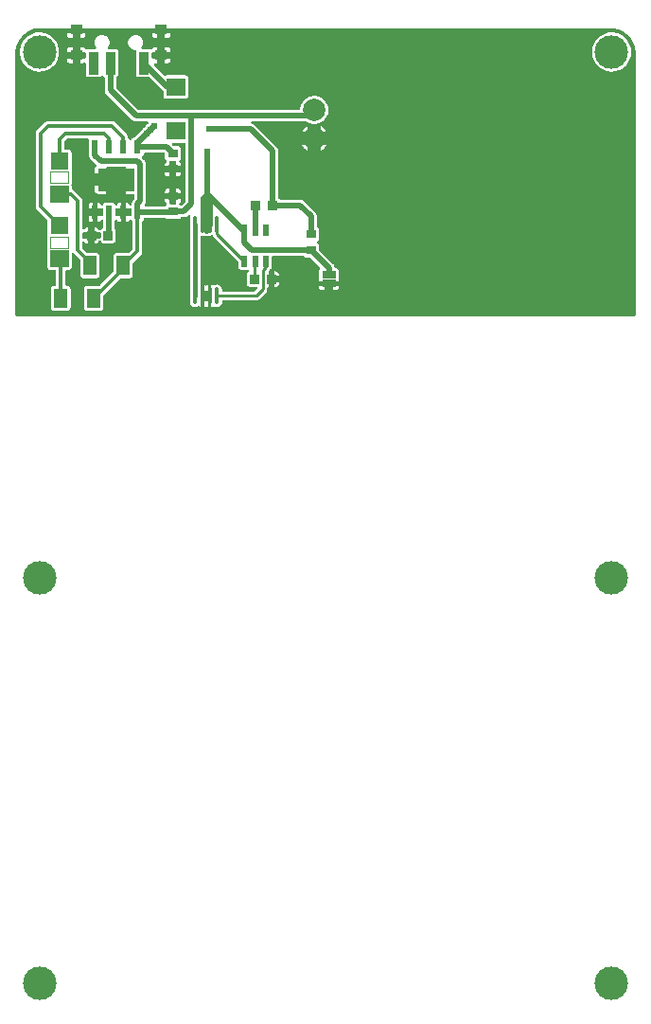
<source format=gtl>
G04 Layer: TopLayer*
G04 EasyEDA v6.5.23, 2023-05-11 23:14:51*
G04 9144401c2488441e8b95ca08e647d0b0,10*
G04 Gerber Generator version 0.2*
G04 Scale: 100 percent, Rotated: No, Reflected: No *
G04 Dimensions in millimeters *
G04 leading zeros omitted , absolute positions ,4 integer and 5 decimal *
%FSLAX45Y45*%
%MOMM*%

%AMMACRO1*21,1,$1,$2,0,0,$3*%
%ADD10C,0.5000*%
%ADD11C,0.2540*%
%ADD12C,0.4000*%
%ADD13C,0.3500*%
%ADD14R,0.9000X2.0000*%
%ADD15R,1.1000X0.9300*%
%ADD16MACRO1,1.701X1.2075X90.0000*%
%ADD17MACRO1,1.62X1.485X0.0000*%
%ADD18R,1.6200X1.4850*%
%ADD19C,2.0000*%
%ADD20R,0.6000X1.2000*%
%ADD21R,3.3000X2.0000*%
%ADD22O,0.3999992X1.499997*%
%ADD23R,0.5500X1.0000*%
%ADD24R,0.9000X0.8000*%
%ADD25MACRO1,0.864X0.8065X90.0000*%
%ADD26R,1.2700X0.6350*%
%ADD27R,1.7000X1.6000*%
%ADD28MACRO1,0.864X0.8065X-90.0000*%
%ADD29C,0.1000*%
%ADD30C,3.0000*%
%ADD31C,0.6096*%
%ADD32C,0.6100*%
%ADD33C,0.0170*%

%LPD*%
G36*
X36068Y-2599994D02*
G01*
X32156Y-2599232D01*
X28905Y-2597048D01*
X26670Y-2593746D01*
X25908Y-2589834D01*
X25908Y-250748D01*
X26822Y-230022D01*
X29413Y-210667D01*
X33680Y-191566D01*
X39624Y-172974D01*
X47142Y-154940D01*
X56184Y-137617D01*
X66700Y-121158D01*
X78638Y-105664D01*
X91897Y-91287D01*
X106324Y-78079D01*
X121869Y-66243D01*
X138379Y-55778D01*
X155702Y-46786D01*
X173786Y-39319D01*
X192430Y-33477D01*
X211531Y-29260D01*
X230936Y-26771D01*
X250748Y-25908D01*
X5349240Y-25908D01*
X5369966Y-26873D01*
X5389321Y-29464D01*
X5408422Y-33731D01*
X5427014Y-39624D01*
X5445099Y-47142D01*
X5462422Y-56184D01*
X5478881Y-66751D01*
X5494324Y-78638D01*
X5508752Y-91897D01*
X5521909Y-106324D01*
X5533796Y-121869D01*
X5544261Y-138379D01*
X5553252Y-155702D01*
X5560669Y-173786D01*
X5566511Y-192430D01*
X5570728Y-211531D01*
X5573217Y-230936D01*
X5574080Y-250748D01*
X5574080Y-2589834D01*
X5573318Y-2593746D01*
X5571083Y-2597048D01*
X5567832Y-2599232D01*
X5563920Y-2599994D01*
G37*

%LPC*%
G36*
X1275588Y-113334D02*
G01*
X1296162Y-113334D01*
X1296162Y-70561D01*
X1249121Y-70561D01*
X1249121Y-86868D01*
X1249832Y-93167D01*
X1251712Y-98653D01*
X1254810Y-103530D01*
X1258874Y-107645D01*
X1263802Y-110744D01*
X1269238Y-112623D01*
G37*
G36*
X1363878Y-113334D02*
G01*
X1384452Y-113334D01*
X1390751Y-112623D01*
X1396238Y-110744D01*
X1401114Y-107645D01*
X1405229Y-103530D01*
X1408277Y-98653D01*
X1410208Y-93167D01*
X1410919Y-86868D01*
X1410919Y-70561D01*
X1363878Y-70561D01*
G37*
G36*
X515569Y-113334D02*
G01*
X536143Y-113334D01*
X536143Y-70561D01*
X489102Y-70561D01*
X489102Y-86868D01*
X489813Y-93167D01*
X491743Y-98653D01*
X494792Y-103530D01*
X498906Y-107645D01*
X503783Y-110744D01*
X509270Y-112623D01*
G37*
G36*
X603859Y-113334D02*
G01*
X624433Y-113334D01*
X630783Y-112623D01*
X636219Y-110744D01*
X641146Y-107645D01*
X645210Y-103530D01*
X648309Y-98653D01*
X650189Y-93167D01*
X650900Y-86868D01*
X650900Y-70561D01*
X603859Y-70561D01*
G37*
G36*
X1713839Y-2517698D02*
G01*
X1717903Y-2516124D01*
X1724660Y-2511958D01*
X1728114Y-2510586D01*
X1731873Y-2510586D01*
X1735328Y-2511958D01*
X1742084Y-2516124D01*
X1746148Y-2517698D01*
X1746148Y-2463901D01*
X1713839Y-2463901D01*
G37*
G36*
X1363827Y-238302D02*
G01*
X1410868Y-238302D01*
X1410868Y-221996D01*
X1410157Y-215696D01*
X1408277Y-210210D01*
X1405178Y-205333D01*
X1401114Y-201218D01*
X1396187Y-198120D01*
X1390751Y-196240D01*
X1384401Y-195529D01*
X1363827Y-195529D01*
G37*
G36*
X489102Y-238353D02*
G01*
X536143Y-238353D01*
X536143Y-195529D01*
X515569Y-195529D01*
X509270Y-196240D01*
X503783Y-198170D01*
X498906Y-201218D01*
X494792Y-205333D01*
X491743Y-210210D01*
X489813Y-215696D01*
X489102Y-221996D01*
G37*
G36*
X1363827Y-340360D02*
G01*
X1384401Y-340360D01*
X1390751Y-339598D01*
X1396187Y-337718D01*
X1401114Y-334619D01*
X1405178Y-330555D01*
X1408277Y-325628D01*
X1410157Y-320192D01*
X1410868Y-313842D01*
X1410868Y-297535D01*
X1363827Y-297535D01*
G37*
G36*
X515569Y-340360D02*
G01*
X536143Y-340360D01*
X536143Y-297535D01*
X489102Y-297535D01*
X489102Y-313842D01*
X489813Y-320192D01*
X491743Y-325628D01*
X494792Y-330555D01*
X498906Y-334619D01*
X503783Y-337718D01*
X509270Y-339648D01*
G37*
G36*
X1713839Y-2376170D02*
G01*
X1746148Y-2376170D01*
X1746148Y-2322423D01*
X1742084Y-2323998D01*
X1735328Y-2328164D01*
X1731873Y-2329484D01*
X1728114Y-2329484D01*
X1724660Y-2328164D01*
X1717903Y-2323998D01*
X1713839Y-2322423D01*
G37*
G36*
X2868117Y-2368296D02*
G01*
X2892907Y-2368296D01*
X2899257Y-2367584D01*
X2904693Y-2365654D01*
X2909620Y-2362606D01*
X2913684Y-2358491D01*
X2916783Y-2353614D01*
X2918714Y-2348128D01*
X2919425Y-2341829D01*
X2919425Y-2332888D01*
X2868117Y-2332888D01*
G37*
G36*
X2767076Y-2368296D02*
G01*
X2791917Y-2368296D01*
X2791917Y-2332888D01*
X2740609Y-2332888D01*
X2740609Y-2341829D01*
X2741320Y-2348128D01*
X2743200Y-2353614D01*
X2746298Y-2358491D01*
X2750362Y-2362606D01*
X2755290Y-2365654D01*
X2760726Y-2367584D01*
G37*
G36*
X2341930Y-2339187D02*
G01*
X2355138Y-2339187D01*
X2361488Y-2338476D01*
X2366924Y-2336596D01*
X2371852Y-2333498D01*
X2375916Y-2329434D01*
X2379014Y-2324506D01*
X2380945Y-2319070D01*
X2381656Y-2312720D01*
X2381656Y-2298039D01*
X2341930Y-2298039D01*
G37*
G36*
X5364530Y-415848D02*
G01*
X5382564Y-414426D01*
X5400395Y-411175D01*
X5417769Y-406146D01*
X5434533Y-399288D01*
X5450535Y-390804D01*
X5465572Y-380695D01*
X5479440Y-369112D01*
X5492089Y-356108D01*
X5503367Y-341934D01*
X5513070Y-326644D01*
X5521147Y-310438D01*
X5527548Y-293471D01*
X5532170Y-275996D01*
X5534964Y-258114D01*
X5535879Y-240029D01*
X5534964Y-221894D01*
X5532170Y-204012D01*
X5527548Y-186537D01*
X5521147Y-169570D01*
X5513070Y-153365D01*
X5503367Y-138074D01*
X5492089Y-123901D01*
X5479440Y-110896D01*
X5465572Y-99314D01*
X5450535Y-89204D01*
X5434533Y-80721D01*
X5417769Y-73863D01*
X5400395Y-68834D01*
X5382564Y-65582D01*
X5364530Y-64160D01*
X5346395Y-64617D01*
X5328462Y-66954D01*
X5310835Y-71120D01*
X5293715Y-77063D01*
X5277307Y-84734D01*
X5261813Y-94081D01*
X5247284Y-104952D01*
X5234025Y-117246D01*
X5222036Y-130860D01*
X5211572Y-145592D01*
X5202631Y-161340D01*
X5195417Y-177952D01*
X5189880Y-195224D01*
X5186172Y-212953D01*
X5184343Y-230936D01*
X5184343Y-249072D01*
X5186172Y-267055D01*
X5189880Y-284784D01*
X5195417Y-302056D01*
X5202631Y-318668D01*
X5211572Y-334416D01*
X5222036Y-349148D01*
X5234025Y-362762D01*
X5247284Y-375056D01*
X5261813Y-385927D01*
X5277307Y-395274D01*
X5293715Y-402945D01*
X5310835Y-408889D01*
X5328462Y-413054D01*
X5346395Y-415391D01*
G37*
G36*
X244551Y-415848D02*
G01*
X262585Y-414426D01*
X280416Y-411175D01*
X297789Y-406146D01*
X314553Y-399288D01*
X330555Y-390804D01*
X345592Y-380695D01*
X359460Y-369112D01*
X372110Y-356108D01*
X383387Y-341934D01*
X393090Y-326644D01*
X401167Y-310438D01*
X407568Y-293471D01*
X412191Y-275996D01*
X414985Y-258114D01*
X415899Y-240029D01*
X414985Y-221894D01*
X412191Y-204012D01*
X407568Y-186537D01*
X401167Y-169570D01*
X393090Y-153365D01*
X383387Y-138074D01*
X372110Y-123901D01*
X359460Y-110896D01*
X345592Y-99314D01*
X330555Y-89204D01*
X314553Y-80721D01*
X297789Y-73863D01*
X280416Y-68834D01*
X262585Y-65582D01*
X244551Y-64160D01*
X226415Y-64617D01*
X208483Y-66954D01*
X190855Y-71120D01*
X173736Y-77063D01*
X157327Y-84734D01*
X141833Y-94081D01*
X127304Y-104952D01*
X114046Y-117246D01*
X102057Y-130860D01*
X91592Y-145592D01*
X82651Y-161340D01*
X75438Y-177952D01*
X69900Y-195224D01*
X66192Y-212953D01*
X64363Y-230936D01*
X64363Y-249072D01*
X66192Y-267055D01*
X69900Y-284784D01*
X75438Y-302056D01*
X82651Y-318668D01*
X91592Y-334416D01*
X102057Y-349148D01*
X114046Y-362762D01*
X127304Y-375056D01*
X141833Y-385927D01*
X157327Y-395274D01*
X173736Y-402945D01*
X190855Y-408889D01*
X208483Y-413054D01*
X226415Y-415391D01*
G37*
G36*
X1375562Y-659892D02*
G01*
X1544421Y-659892D01*
X1550771Y-659180D01*
X1556207Y-657301D01*
X1561134Y-654202D01*
X1565198Y-650087D01*
X1568297Y-645210D01*
X1570177Y-639724D01*
X1570888Y-633425D01*
X1570888Y-474573D01*
X1570177Y-468223D01*
X1568297Y-462788D01*
X1565198Y-457860D01*
X1561134Y-453796D01*
X1556207Y-450697D01*
X1550771Y-448818D01*
X1544421Y-448106D01*
X1375562Y-448106D01*
X1369263Y-448818D01*
X1365961Y-449935D01*
X1362252Y-450494D01*
X1358544Y-449681D01*
X1355445Y-447548D01*
X1265326Y-357378D01*
X1263040Y-353923D01*
X1262329Y-349808D01*
X1263345Y-345795D01*
X1265885Y-342493D01*
X1269492Y-340512D01*
X1273606Y-340106D01*
X1275537Y-340360D01*
X1296111Y-340360D01*
X1296111Y-297535D01*
X1256080Y-297535D01*
X1252169Y-296773D01*
X1248867Y-294538D01*
X1246682Y-291236D01*
X1245920Y-287375D01*
X1245920Y-248462D01*
X1246682Y-244602D01*
X1248867Y-241300D01*
X1252169Y-239115D01*
X1256080Y-238302D01*
X1296111Y-238302D01*
X1296111Y-195529D01*
X1275537Y-195529D01*
X1269238Y-196240D01*
X1263751Y-198120D01*
X1258874Y-201218D01*
X1254760Y-205333D01*
X1251712Y-210210D01*
X1250594Y-213309D01*
X1248816Y-216458D01*
X1246022Y-218795D01*
X1242618Y-220014D01*
X1239012Y-219913D01*
X1235608Y-218541D01*
X1231239Y-215798D01*
X1225753Y-213867D01*
X1219454Y-213156D01*
X1161491Y-213156D01*
X1157732Y-212445D01*
X1154480Y-210362D01*
X1152245Y-207264D01*
X1151331Y-203555D01*
X1151890Y-199745D01*
X1153769Y-196392D01*
X1155293Y-194614D01*
X1160932Y-185470D01*
X1165047Y-175514D01*
X1167536Y-165100D01*
X1168349Y-154432D01*
X1167536Y-143713D01*
X1165047Y-133299D01*
X1160932Y-123342D01*
X1155293Y-114198D01*
X1148334Y-106070D01*
X1140206Y-99110D01*
X1131062Y-93472D01*
X1121105Y-89357D01*
X1110691Y-86868D01*
X1100023Y-86055D01*
X1089304Y-86868D01*
X1078890Y-89357D01*
X1068933Y-93472D01*
X1059789Y-99110D01*
X1051661Y-106070D01*
X1044702Y-114198D01*
X1039063Y-123342D01*
X1034948Y-133299D01*
X1032459Y-143713D01*
X1031646Y-154432D01*
X1032459Y-165100D01*
X1034948Y-175514D01*
X1039063Y-185470D01*
X1044702Y-194614D01*
X1051661Y-202742D01*
X1059789Y-209702D01*
X1068933Y-215341D01*
X1078890Y-219456D01*
X1089304Y-221945D01*
X1095451Y-222402D01*
X1099362Y-223520D01*
X1102512Y-226110D01*
X1104392Y-229666D01*
X1104747Y-233679D01*
X1104087Y-239623D01*
X1104087Y-438505D01*
X1104798Y-444804D01*
X1106728Y-450291D01*
X1109776Y-455168D01*
X1113891Y-459282D01*
X1118768Y-462381D01*
X1124254Y-464261D01*
X1130554Y-464972D01*
X1219454Y-464972D01*
X1223060Y-464566D01*
X1226108Y-464667D01*
X1228953Y-465683D01*
X1231392Y-467461D01*
X1346098Y-582218D01*
X1348333Y-585470D01*
X1349095Y-589381D01*
X1349095Y-633425D01*
X1349806Y-639724D01*
X1351737Y-645210D01*
X1354785Y-650087D01*
X1358900Y-654202D01*
X1363776Y-657301D01*
X1369263Y-659180D01*
G37*
G36*
X2755646Y-954938D02*
G01*
X2811729Y-954938D01*
X2810764Y-952804D01*
X2802890Y-939800D01*
X2793492Y-927811D01*
X2782773Y-917092D01*
X2770784Y-907694D01*
X2757779Y-899820D01*
X2755646Y-898855D01*
G37*
G36*
X2586837Y-954938D02*
G01*
X2642920Y-954938D01*
X2642920Y-898855D01*
X2640787Y-899820D01*
X2627782Y-907694D01*
X2615793Y-917092D01*
X2605074Y-927811D01*
X2595676Y-939800D01*
X2587802Y-952804D01*
G37*
G36*
X2341930Y-2242159D02*
G01*
X2381656Y-2242159D01*
X2381656Y-2227478D01*
X2380945Y-2221128D01*
X2379014Y-2215692D01*
X2375916Y-2210765D01*
X2371852Y-2206701D01*
X2366924Y-2203602D01*
X2361488Y-2201722D01*
X2355138Y-2201011D01*
X2341930Y-2201011D01*
G37*
G36*
X2642920Y-1123746D02*
G01*
X2642920Y-1067663D01*
X2586837Y-1067663D01*
X2587802Y-1069797D01*
X2595676Y-1082802D01*
X2605074Y-1094790D01*
X2615793Y-1105509D01*
X2627782Y-1114907D01*
X2640787Y-1122781D01*
G37*
G36*
X731266Y-1949043D02*
G01*
X744524Y-1949043D01*
X750824Y-1948332D01*
X756310Y-1946452D01*
X761187Y-1943354D01*
X765302Y-1939289D01*
X768350Y-1934362D01*
X770483Y-1928317D01*
X772617Y-1924761D01*
X776020Y-1922322D01*
X780084Y-1921510D01*
X784148Y-1922322D01*
X787552Y-1924761D01*
X789686Y-1928317D01*
X791819Y-1934362D01*
X794867Y-1939289D01*
X798982Y-1943354D01*
X803859Y-1946452D01*
X809345Y-1948332D01*
X815644Y-1949043D01*
X895146Y-1949043D01*
X901496Y-1948332D01*
X906932Y-1946452D01*
X911860Y-1943354D01*
X915924Y-1939289D01*
X919022Y-1934362D01*
X920953Y-1928926D01*
X921664Y-1922576D01*
X921664Y-1837334D01*
X920953Y-1830984D01*
X919022Y-1825548D01*
X915365Y-1819706D01*
X914196Y-1817116D01*
X913790Y-1814322D01*
X913790Y-1750364D01*
X914196Y-1747570D01*
X916787Y-1741881D01*
X918921Y-1738325D01*
X922324Y-1735886D01*
X926388Y-1735074D01*
X930452Y-1735886D01*
X933856Y-1738325D01*
X935990Y-1741881D01*
X936599Y-1743659D01*
X939698Y-1748536D01*
X943762Y-1752650D01*
X948690Y-1755698D01*
X954125Y-1757629D01*
X960475Y-1758340D01*
X968552Y-1758340D01*
X968552Y-1708810D01*
X928979Y-1708810D01*
X925068Y-1707997D01*
X921766Y-1705813D01*
X919581Y-1702511D01*
X918819Y-1698650D01*
X918819Y-1646224D01*
X919581Y-1642364D01*
X921766Y-1639062D01*
X925068Y-1636877D01*
X928979Y-1636064D01*
X968552Y-1636064D01*
X968552Y-1586534D01*
X960475Y-1586534D01*
X954125Y-1587246D01*
X948690Y-1589176D01*
X943762Y-1592224D01*
X939698Y-1596339D01*
X936599Y-1601216D01*
X935990Y-1602994D01*
X933856Y-1606550D01*
X930452Y-1608988D01*
X926388Y-1609801D01*
X922324Y-1608988D01*
X918921Y-1606550D01*
X916787Y-1602994D01*
X916178Y-1601216D01*
X913079Y-1596339D01*
X909015Y-1592224D01*
X904087Y-1589176D01*
X898652Y-1587246D01*
X892302Y-1586534D01*
X833475Y-1586534D01*
X827125Y-1587246D01*
X821690Y-1589176D01*
X816762Y-1592224D01*
X812698Y-1596339D01*
X809599Y-1601216D01*
X808990Y-1602994D01*
X806856Y-1606550D01*
X803452Y-1608988D01*
X799388Y-1609801D01*
X795324Y-1608988D01*
X791921Y-1606550D01*
X789787Y-1602994D01*
X789178Y-1601216D01*
X786079Y-1596339D01*
X782015Y-1592224D01*
X777087Y-1589176D01*
X771652Y-1587246D01*
X765302Y-1586534D01*
X757224Y-1586534D01*
X757224Y-1636064D01*
X796798Y-1636064D01*
X800709Y-1636877D01*
X804011Y-1639062D01*
X806196Y-1642364D01*
X806958Y-1646224D01*
X806958Y-1698650D01*
X806196Y-1702511D01*
X804011Y-1705813D01*
X800709Y-1707997D01*
X796798Y-1708810D01*
X757224Y-1708810D01*
X757224Y-1758340D01*
X765302Y-1758340D01*
X771652Y-1757629D01*
X777087Y-1755698D01*
X782015Y-1752650D01*
X786079Y-1748536D01*
X789178Y-1743659D01*
X789787Y-1741881D01*
X791921Y-1738325D01*
X795324Y-1735886D01*
X799388Y-1735074D01*
X803452Y-1735886D01*
X806856Y-1738325D01*
X808990Y-1741881D01*
X811580Y-1747570D01*
X811987Y-1750364D01*
X811987Y-1803400D01*
X811123Y-1807464D01*
X808736Y-1810867D01*
X803859Y-1813458D01*
X798982Y-1816557D01*
X794867Y-1820621D01*
X791819Y-1825548D01*
X789686Y-1831593D01*
X787552Y-1835150D01*
X784148Y-1837588D01*
X780084Y-1838401D01*
X776020Y-1837588D01*
X772617Y-1835150D01*
X770483Y-1831593D01*
X768350Y-1825548D01*
X765302Y-1820621D01*
X761187Y-1816557D01*
X756310Y-1813458D01*
X750824Y-1811578D01*
X744524Y-1810867D01*
X731266Y-1810867D01*
X731266Y-1852015D01*
X779018Y-1852015D01*
X782929Y-1852777D01*
X786180Y-1854962D01*
X788416Y-1858264D01*
X789178Y-1862175D01*
X789178Y-1897735D01*
X788416Y-1901647D01*
X786180Y-1904949D01*
X782929Y-1907133D01*
X779018Y-1907895D01*
X731266Y-1907895D01*
G37*
G36*
X2755646Y-1123746D02*
G01*
X2757779Y-1122781D01*
X2770784Y-1114907D01*
X2782773Y-1105509D01*
X2793492Y-1094790D01*
X2802890Y-1082802D01*
X2810764Y-1069797D01*
X2811729Y-1067663D01*
X2755646Y-1067663D01*
G37*
G36*
X761949Y-1507540D02*
G01*
X837539Y-1507540D01*
X837539Y-1437944D01*
X735482Y-1437944D01*
X735482Y-1481023D01*
X736193Y-1487373D01*
X738124Y-1492808D01*
X741172Y-1497736D01*
X745286Y-1501800D01*
X750163Y-1504899D01*
X755650Y-1506778D01*
G37*
G36*
X372313Y-2550972D02*
G01*
X491947Y-2550972D01*
X498246Y-2550261D01*
X503732Y-2548331D01*
X508609Y-2545283D01*
X512724Y-2541168D01*
X515772Y-2536291D01*
X517702Y-2530805D01*
X518414Y-2524506D01*
X518414Y-2355545D01*
X517702Y-2349195D01*
X515772Y-2343759D01*
X512724Y-2338832D01*
X508609Y-2334768D01*
X503732Y-2331669D01*
X498246Y-2329738D01*
X491947Y-2329027D01*
X485698Y-2329027D01*
X481787Y-2328265D01*
X478485Y-2326081D01*
X476300Y-2322779D01*
X475538Y-2318867D01*
X475538Y-2199589D01*
X476300Y-2195677D01*
X478485Y-2192375D01*
X481787Y-2190191D01*
X485698Y-2189429D01*
X500430Y-2189429D01*
X506730Y-2188718D01*
X512216Y-2186787D01*
X517093Y-2183688D01*
X521208Y-2179624D01*
X524306Y-2174697D01*
X526186Y-2169261D01*
X526897Y-2162911D01*
X526897Y-2041804D01*
X527761Y-2037740D01*
X530098Y-2034387D01*
X533603Y-2032254D01*
X537667Y-2031644D01*
X541680Y-2032711D01*
X544880Y-2035302D01*
X549656Y-2041042D01*
X602843Y-2094280D01*
X605078Y-2097532D01*
X605840Y-2101443D01*
X605840Y-2234488D01*
X606552Y-2240788D01*
X608482Y-2246274D01*
X611530Y-2251151D01*
X615645Y-2255266D01*
X620522Y-2258314D01*
X626008Y-2260244D01*
X632307Y-2260955D01*
X751941Y-2260955D01*
X758240Y-2260244D01*
X763727Y-2258314D01*
X768604Y-2255266D01*
X772718Y-2251151D01*
X775766Y-2246274D01*
X777697Y-2240788D01*
X778408Y-2234488D01*
X778408Y-2065528D01*
X777697Y-2059178D01*
X775766Y-2053742D01*
X772718Y-2048814D01*
X768604Y-2044750D01*
X763727Y-2041652D01*
X758240Y-2039772D01*
X751941Y-2039061D01*
X674624Y-2039061D01*
X670763Y-2038248D01*
X667461Y-2036064D01*
X626364Y-1995017D01*
X624179Y-1991715D01*
X623417Y-1987804D01*
X623417Y-1941372D01*
X624332Y-1937156D01*
X626922Y-1933702D01*
X630732Y-1931619D01*
X635101Y-1931365D01*
X639114Y-1932889D01*
X642162Y-1935988D01*
X644245Y-1939289D01*
X648309Y-1943354D01*
X653237Y-1946452D01*
X658672Y-1948332D01*
X665022Y-1949043D01*
X678230Y-1949043D01*
X678230Y-1907895D01*
X633577Y-1907895D01*
X629666Y-1907133D01*
X626364Y-1904949D01*
X624179Y-1901647D01*
X623417Y-1897735D01*
X623417Y-1862175D01*
X624179Y-1858264D01*
X626364Y-1854962D01*
X629666Y-1852777D01*
X633577Y-1852015D01*
X678230Y-1852015D01*
X678230Y-1810867D01*
X665022Y-1810867D01*
X658672Y-1811578D01*
X653237Y-1813458D01*
X648309Y-1816557D01*
X644245Y-1820621D01*
X642162Y-1823923D01*
X639114Y-1827022D01*
X635101Y-1828546D01*
X630732Y-1828292D01*
X626922Y-1826209D01*
X624332Y-1822754D01*
X623417Y-1818538D01*
X623366Y-1568348D01*
X622198Y-1560068D01*
X619658Y-1552498D01*
X615797Y-1545488D01*
X610362Y-1538986D01*
X548741Y-1477416D01*
X541985Y-1472336D01*
X536803Y-1469593D01*
X533603Y-1468424D01*
X530098Y-1466291D01*
X527761Y-1462887D01*
X526897Y-1458874D01*
X526897Y-1435557D01*
X526288Y-1430070D01*
X526338Y-1427480D01*
X527050Y-1424940D01*
X529437Y-1419352D01*
X530707Y-1413256D01*
X530910Y-1409750D01*
X530910Y-1310284D01*
X530199Y-1303578D01*
X529437Y-1300632D01*
X527050Y-1295095D01*
X526338Y-1292555D01*
X526288Y-1289913D01*
X526897Y-1284427D01*
X526897Y-1137056D01*
X526186Y-1130757D01*
X524306Y-1125270D01*
X521208Y-1120394D01*
X517093Y-1116279D01*
X512216Y-1113231D01*
X506730Y-1111300D01*
X500430Y-1110589D01*
X473506Y-1110589D01*
X469595Y-1109827D01*
X466293Y-1107643D01*
X464108Y-1104341D01*
X463346Y-1100429D01*
X463346Y-1042162D01*
X464108Y-1038301D01*
X466293Y-1034999D01*
X484885Y-1016508D01*
X488188Y-1014323D01*
X492048Y-1013561D01*
X670610Y-1013561D01*
X674776Y-1014425D01*
X678180Y-1016914D01*
X680313Y-1020622D01*
X680720Y-1024839D01*
X679958Y-1031341D01*
X679958Y-1150213D01*
X680669Y-1156512D01*
X682599Y-1161999D01*
X684987Y-1166266D01*
X685800Y-1171346D01*
X686714Y-1175562D01*
X688035Y-1179830D01*
X689762Y-1183894D01*
X691794Y-1187856D01*
X694182Y-1191615D01*
X696874Y-1195120D01*
X700024Y-1198575D01*
X747064Y-1245616D01*
X749147Y-1248562D01*
X750062Y-1252118D01*
X749655Y-1255725D01*
X747979Y-1258925D01*
X741172Y-1265478D01*
X738124Y-1270406D01*
X736193Y-1275842D01*
X735482Y-1282192D01*
X735482Y-1325270D01*
X837539Y-1325270D01*
X837539Y-1277569D01*
X838301Y-1273708D01*
X840536Y-1270406D01*
X843787Y-1268171D01*
X847699Y-1267409D01*
X1005078Y-1267409D01*
X1008989Y-1268171D01*
X1012240Y-1270406D01*
X1014476Y-1273708D01*
X1015237Y-1277569D01*
X1015237Y-1325270D01*
X1081227Y-1325270D01*
X1085088Y-1326032D01*
X1088390Y-1328216D01*
X1090625Y-1331518D01*
X1091387Y-1335430D01*
X1091387Y-1427784D01*
X1090625Y-1431696D01*
X1088390Y-1434998D01*
X1085088Y-1437182D01*
X1081227Y-1437944D01*
X1015237Y-1437944D01*
X1015237Y-1507540D01*
X1081227Y-1507540D01*
X1085088Y-1508302D01*
X1088390Y-1510487D01*
X1090625Y-1513789D01*
X1091387Y-1517700D01*
X1091387Y-1546809D01*
X1090625Y-1550720D01*
X1088390Y-1553972D01*
X1081024Y-1561338D01*
X1077874Y-1564792D01*
X1075182Y-1568297D01*
X1072794Y-1572056D01*
X1070762Y-1576019D01*
X1069035Y-1580083D01*
X1067714Y-1584350D01*
X1066800Y-1588516D01*
X1066190Y-1595120D01*
X1064666Y-1599539D01*
X1062990Y-1602994D01*
X1060856Y-1606550D01*
X1057452Y-1608988D01*
X1053388Y-1609801D01*
X1049324Y-1608988D01*
X1045921Y-1606550D01*
X1043787Y-1602994D01*
X1043178Y-1601216D01*
X1040079Y-1596339D01*
X1036015Y-1592224D01*
X1031087Y-1589176D01*
X1025652Y-1587246D01*
X1019302Y-1586534D01*
X1011224Y-1586534D01*
X1011224Y-1636064D01*
X1050798Y-1636064D01*
X1054709Y-1636877D01*
X1058011Y-1639062D01*
X1060196Y-1642364D01*
X1060958Y-1646224D01*
X1060958Y-1698650D01*
X1060196Y-1702511D01*
X1058011Y-1705813D01*
X1054709Y-1707997D01*
X1050798Y-1708810D01*
X1011224Y-1708810D01*
X1011224Y-1758340D01*
X1019302Y-1758340D01*
X1025652Y-1757629D01*
X1031087Y-1755698D01*
X1036015Y-1752650D01*
X1040079Y-1748536D01*
X1043178Y-1743659D01*
X1043787Y-1741881D01*
X1045921Y-1738325D01*
X1049324Y-1735886D01*
X1053388Y-1735074D01*
X1057452Y-1735886D01*
X1060856Y-1738325D01*
X1062990Y-1741881D01*
X1063599Y-1743659D01*
X1066698Y-1748536D01*
X1070508Y-1752396D01*
X1072692Y-1755648D01*
X1073505Y-1759559D01*
X1073505Y-1998827D01*
X1072692Y-2002688D01*
X1070508Y-2005990D01*
X1040434Y-2036064D01*
X1037132Y-2038248D01*
X1033221Y-2039061D01*
X928065Y-2039061D01*
X921766Y-2039772D01*
X916279Y-2041652D01*
X911402Y-2044750D01*
X907287Y-2048814D01*
X904189Y-2053742D01*
X902309Y-2059178D01*
X901598Y-2065528D01*
X901598Y-2200706D01*
X900836Y-2204567D01*
X898601Y-2207869D01*
X780440Y-2326081D01*
X777138Y-2328265D01*
X773226Y-2329027D01*
X668070Y-2329027D01*
X661771Y-2329738D01*
X656285Y-2331669D01*
X651408Y-2334768D01*
X647293Y-2338832D01*
X644194Y-2343759D01*
X642315Y-2349195D01*
X641604Y-2355545D01*
X641604Y-2524506D01*
X642315Y-2530805D01*
X644194Y-2536291D01*
X647293Y-2541168D01*
X651408Y-2545283D01*
X656285Y-2548331D01*
X661771Y-2550261D01*
X668070Y-2550972D01*
X787704Y-2550972D01*
X794004Y-2550261D01*
X799439Y-2548331D01*
X804367Y-2545283D01*
X808431Y-2541168D01*
X811530Y-2536291D01*
X813460Y-2530805D01*
X814171Y-2524506D01*
X814171Y-2419299D01*
X814933Y-2415438D01*
X817118Y-2412136D01*
X965352Y-2263952D01*
X968603Y-2261717D01*
X972515Y-2260955D01*
X1047699Y-2260955D01*
X1053998Y-2260244D01*
X1059484Y-2258314D01*
X1064361Y-2255266D01*
X1068476Y-2251151D01*
X1071524Y-2246274D01*
X1073454Y-2240788D01*
X1074166Y-2234488D01*
X1074166Y-2129332D01*
X1074928Y-2125421D01*
X1077112Y-2122119D01*
X1148740Y-2050491D01*
X1153769Y-2043836D01*
X1157325Y-2036673D01*
X1159510Y-2028952D01*
X1160322Y-2020519D01*
X1160322Y-1759559D01*
X1161084Y-1755648D01*
X1163269Y-1752396D01*
X1167079Y-1748536D01*
X1170178Y-1743659D01*
X1172108Y-1738172D01*
X1172718Y-1732381D01*
X1173784Y-1728825D01*
X1176070Y-1725930D01*
X1179220Y-1723999D01*
X1182827Y-1723339D01*
X1364691Y-1723339D01*
X1368602Y-1724101D01*
X1371904Y-1726336D01*
X1373276Y-1727707D01*
X1378153Y-1730806D01*
X1383639Y-1732686D01*
X1389938Y-1733397D01*
X1478838Y-1733397D01*
X1485138Y-1732686D01*
X1490624Y-1730806D01*
X1495501Y-1727707D01*
X1502156Y-1720646D01*
X1505102Y-1718970D01*
X1508455Y-1718411D01*
X1532280Y-1718411D01*
X1536903Y-1718208D01*
X1541322Y-1717649D01*
X1545640Y-1716684D01*
X1549908Y-1715363D01*
X1554022Y-1713636D01*
X1557934Y-1711604D01*
X1561693Y-1709216D01*
X1565097Y-1706575D01*
X1572564Y-1699412D01*
X1576324Y-1697177D01*
X1580692Y-1696669D01*
X1584807Y-1698091D01*
X1588008Y-1701088D01*
X1589633Y-1705152D01*
X1589379Y-1709572D01*
X1587398Y-1716532D01*
X1586534Y-1725422D01*
X1586534Y-2474569D01*
X1587398Y-2483459D01*
X1589684Y-2491587D01*
X1593443Y-2499207D01*
X1598574Y-2505964D01*
X1604822Y-2511653D01*
X1612036Y-2516124D01*
X1619910Y-2519172D01*
X1628241Y-2520696D01*
X1636674Y-2520696D01*
X1645005Y-2519172D01*
X1652879Y-2516124D01*
X1659636Y-2511958D01*
X1663090Y-2510586D01*
X1666849Y-2510586D01*
X1670304Y-2511958D01*
X1677060Y-2516124D01*
X1681124Y-2517698D01*
X1681124Y-2460701D01*
X1679092Y-2457500D01*
X1678381Y-2453741D01*
X1678381Y-2386330D01*
X1679092Y-2382621D01*
X1681124Y-2379421D01*
X1681124Y-2316886D01*
X1679092Y-2313635D01*
X1678381Y-2309926D01*
X1678381Y-1890064D01*
X1679346Y-1885746D01*
X1682038Y-1882292D01*
X1686001Y-1880260D01*
X1690420Y-1880107D01*
X1693265Y-1880616D01*
X1701698Y-1880616D01*
X1706270Y-1880158D01*
X1708962Y-1880819D01*
X1717497Y-1884121D01*
X1725828Y-1885696D01*
X1734261Y-1885696D01*
X1742592Y-1884121D01*
X1751075Y-1880819D01*
X1753819Y-1880209D01*
X1758289Y-1880616D01*
X1766722Y-1880616D01*
X1775053Y-1879092D01*
X1781403Y-1876602D01*
X1785010Y-1875942D01*
X1788617Y-1876552D01*
X1791766Y-1878431D01*
X1794052Y-1881276D01*
X1795475Y-1883968D01*
X1800606Y-1890217D01*
X2018639Y-2108250D01*
X2020824Y-2111552D01*
X2021586Y-2115413D01*
X2021586Y-2159457D01*
X2022297Y-2165756D01*
X2024227Y-2171242D01*
X2027326Y-2176119D01*
X2031390Y-2180234D01*
X2036318Y-2183282D01*
X2041753Y-2185212D01*
X2048103Y-2185924D01*
X2101951Y-2185924D01*
X2105761Y-2185466D01*
X2109622Y-2185822D01*
X2113127Y-2187549D01*
X2115667Y-2190445D01*
X2116937Y-2194102D01*
X2116785Y-2198014D01*
X2115159Y-2201519D01*
X2112314Y-2204212D01*
X2108301Y-2206701D01*
X2104237Y-2210765D01*
X2101138Y-2215692D01*
X2099208Y-2221128D01*
X2098497Y-2227478D01*
X2098497Y-2312720D01*
X2099208Y-2319070D01*
X2101138Y-2324506D01*
X2104237Y-2329434D01*
X2108301Y-2333498D01*
X2113229Y-2336596D01*
X2118664Y-2338476D01*
X2125014Y-2339187D01*
X2181656Y-2339187D01*
X2185568Y-2340000D01*
X2188819Y-2342184D01*
X2191054Y-2345486D01*
X2191816Y-2349398D01*
X2191054Y-2353259D01*
X2188819Y-2356561D01*
X2166924Y-2378405D01*
X2163622Y-2380589D01*
X2159762Y-2381351D01*
X1883613Y-2381351D01*
X1879701Y-2380589D01*
X1876399Y-2378354D01*
X1874215Y-2375103D01*
X1873453Y-2371191D01*
X1873453Y-2365502D01*
X1872640Y-2356612D01*
X1870303Y-2348484D01*
X1866544Y-2340914D01*
X1861413Y-2334158D01*
X1855165Y-2328418D01*
X1847951Y-2323998D01*
X1840077Y-2320950D01*
X1831746Y-2319375D01*
X1823313Y-2319375D01*
X1814982Y-2320950D01*
X1807108Y-2323998D01*
X1800352Y-2328164D01*
X1796897Y-2329484D01*
X1793138Y-2329484D01*
X1789684Y-2328164D01*
X1782927Y-2323998D01*
X1778863Y-2322423D01*
X1778863Y-2379370D01*
X1780895Y-2382621D01*
X1781606Y-2386330D01*
X1781606Y-2453741D01*
X1780895Y-2457500D01*
X1778863Y-2460701D01*
X1778863Y-2517698D01*
X1782927Y-2516124D01*
X1789684Y-2511958D01*
X1793138Y-2510586D01*
X1796897Y-2510586D01*
X1800352Y-2511958D01*
X1807108Y-2516124D01*
X1814982Y-2519172D01*
X1823313Y-2520696D01*
X1831746Y-2520696D01*
X1840077Y-2519172D01*
X1847951Y-2516124D01*
X1855165Y-2511653D01*
X1861413Y-2505964D01*
X1866544Y-2499207D01*
X1870303Y-2491587D01*
X1872640Y-2483459D01*
X1873453Y-2474569D01*
X1873453Y-2468727D01*
X1874215Y-2464816D01*
X1876399Y-2461564D01*
X1879701Y-2459329D01*
X1883613Y-2458567D01*
X2179370Y-2458567D01*
X2187295Y-2457805D01*
X2194560Y-2455621D01*
X2201214Y-2452065D01*
X2207463Y-2446985D01*
X2266950Y-2387701D01*
X2272080Y-2381504D01*
X2275687Y-2374849D01*
X2277872Y-2367635D01*
X2278684Y-2359609D01*
X2278684Y-2349347D01*
X2279446Y-2345486D01*
X2281682Y-2342184D01*
X2284933Y-2340000D01*
X2288895Y-2339187D01*
X2288895Y-2298039D01*
X2284933Y-2297277D01*
X2281682Y-2295093D01*
X2279446Y-2291791D01*
X2278684Y-2287879D01*
X2278684Y-2252319D01*
X2279446Y-2248408D01*
X2281682Y-2245106D01*
X2284933Y-2242921D01*
X2288895Y-2242159D01*
X2288895Y-2199843D01*
X2289505Y-2196388D01*
X2291232Y-2193340D01*
X2296109Y-2187498D01*
X2298141Y-2185619D01*
X2303729Y-2183282D01*
X2308606Y-2180234D01*
X2312720Y-2176119D01*
X2315768Y-2171242D01*
X2317699Y-2165756D01*
X2318410Y-2159457D01*
X2318410Y-2071065D01*
X2319172Y-2067204D01*
X2321356Y-2063902D01*
X2324658Y-2061667D01*
X2328570Y-2060905D01*
X2596083Y-2060905D01*
X2599436Y-2061464D01*
X2602433Y-2063140D01*
X2604871Y-2065985D01*
X2608986Y-2070100D01*
X2613863Y-2073198D01*
X2619349Y-2075078D01*
X2625648Y-2075789D01*
X2659786Y-2075789D01*
X2663698Y-2076551D01*
X2666949Y-2078786D01*
X2750820Y-2162606D01*
X2753004Y-2165908D01*
X2753766Y-2169820D01*
X2753004Y-2173681D01*
X2750820Y-2176983D01*
X2746298Y-2181504D01*
X2743200Y-2186381D01*
X2741320Y-2191867D01*
X2740609Y-2198166D01*
X2740609Y-2260549D01*
X2741472Y-2269134D01*
X2741422Y-2272030D01*
X2740609Y-2279446D01*
X2740609Y-2288438D01*
X2796895Y-2288438D01*
X2799384Y-2287371D01*
X2802077Y-2287016D01*
X2857957Y-2287016D01*
X2860598Y-2287371D01*
X2863088Y-2288438D01*
X2919425Y-2288438D01*
X2919425Y-2279446D01*
X2918510Y-2270861D01*
X2918561Y-2268016D01*
X2919425Y-2260549D01*
X2919425Y-2198166D01*
X2918714Y-2191867D01*
X2916783Y-2186381D01*
X2913684Y-2181504D01*
X2909620Y-2177389D01*
X2904693Y-2174341D01*
X2899257Y-2172411D01*
X2892907Y-2171700D01*
X2890316Y-2171700D01*
X2886659Y-2171039D01*
X2883458Y-2169058D01*
X2881223Y-2166061D01*
X2879140Y-2156612D01*
X2877820Y-2152396D01*
X2876143Y-2148281D01*
X2874060Y-2144369D01*
X2871673Y-2140610D01*
X2868980Y-2137105D01*
X2865831Y-2133650D01*
X2743962Y-2011781D01*
X2741777Y-2008479D01*
X2741015Y-2004618D01*
X2741015Y-1970481D01*
X2740304Y-1964131D01*
X2738374Y-1958695D01*
X2735326Y-1953768D01*
X2731211Y-1949704D01*
X2729331Y-1948484D01*
X2726385Y-1945690D01*
X2724759Y-1941931D01*
X2724759Y-1937867D01*
X2726385Y-1934108D01*
X2729331Y-1931314D01*
X2731211Y-1930095D01*
X2735326Y-1926031D01*
X2738374Y-1921103D01*
X2740304Y-1915668D01*
X2741015Y-1909318D01*
X2741015Y-1830476D01*
X2740304Y-1824177D01*
X2738374Y-1818690D01*
X2735326Y-1813814D01*
X2731211Y-1809699D01*
X2725674Y-1806193D01*
X2723134Y-1803958D01*
X2721457Y-1800961D01*
X2720898Y-1797608D01*
X2720898Y-1710232D01*
X2720695Y-1705559D01*
X2720136Y-1701190D01*
X2719171Y-1696821D01*
X2717800Y-1692605D01*
X2716123Y-1688490D01*
X2714091Y-1684578D01*
X2711704Y-1680819D01*
X2708960Y-1677263D01*
X2705811Y-1673860D01*
X2606141Y-1574139D01*
X2602687Y-1570990D01*
X2599182Y-1568297D01*
X2595422Y-1565910D01*
X2591511Y-1563878D01*
X2587396Y-1562150D01*
X2583180Y-1560830D01*
X2578811Y-1559864D01*
X2574442Y-1559306D01*
X2569768Y-1559102D01*
X2396744Y-1559102D01*
X2393391Y-1558544D01*
X2390444Y-1556867D01*
X2388158Y-1554327D01*
X2385822Y-1550619D01*
X2378456Y-1543812D01*
X2376830Y-1540814D01*
X2376220Y-1537462D01*
X2376220Y-1125575D01*
X2376017Y-1120902D01*
X2375458Y-1116482D01*
X2374493Y-1112164D01*
X2373172Y-1107948D01*
X2371445Y-1103833D01*
X2369413Y-1099870D01*
X2367026Y-1096162D01*
X2364333Y-1092606D01*
X2361184Y-1089202D01*
X2167178Y-895146D01*
X2163724Y-891997D01*
X2160219Y-889304D01*
X2156460Y-886917D01*
X2152497Y-884885D01*
X2148433Y-883158D01*
X2144166Y-881837D01*
X2140762Y-881075D01*
X2136952Y-879348D01*
X2134158Y-876198D01*
X2132888Y-872185D01*
X2133346Y-868019D01*
X2135428Y-864362D01*
X2138832Y-861872D01*
X2142998Y-861009D01*
X2625140Y-861009D01*
X2627833Y-861364D01*
X2630373Y-862482D01*
X2640787Y-868781D01*
X2654706Y-875030D01*
X2669133Y-879551D01*
X2684119Y-882294D01*
X2699308Y-883208D01*
X2714447Y-882294D01*
X2729433Y-879551D01*
X2743860Y-875030D01*
X2757779Y-868781D01*
X2770784Y-860907D01*
X2782773Y-851509D01*
X2793492Y-840790D01*
X2802890Y-828802D01*
X2810764Y-815797D01*
X2817012Y-801928D01*
X2821533Y-787450D01*
X2824276Y-772464D01*
X2825191Y-757326D01*
X2824276Y-742137D01*
X2821533Y-727151D01*
X2817012Y-712673D01*
X2810764Y-698804D01*
X2802890Y-685800D01*
X2793492Y-673811D01*
X2782773Y-663092D01*
X2770784Y-653694D01*
X2757779Y-645820D01*
X2743911Y-639572D01*
X2729433Y-635050D01*
X2714447Y-632307D01*
X2699308Y-631393D01*
X2684119Y-632307D01*
X2669133Y-635050D01*
X2654655Y-639572D01*
X2640787Y-645820D01*
X2627782Y-653694D01*
X2615793Y-663092D01*
X2605074Y-673811D01*
X2595676Y-685800D01*
X2587802Y-698804D01*
X2581554Y-712673D01*
X2577033Y-727151D01*
X2574290Y-742137D01*
X2573832Y-749655D01*
X2572918Y-753364D01*
X2570683Y-756462D01*
X2567482Y-758494D01*
X2563723Y-759206D01*
X1129487Y-759206D01*
X1125575Y-758444D01*
X1122324Y-756208D01*
X928878Y-562813D01*
X926693Y-559511D01*
X925931Y-555650D01*
X925931Y-471322D01*
X926490Y-467969D01*
X928116Y-464972D01*
X930656Y-462686D01*
X936142Y-459282D01*
X940206Y-455168D01*
X943305Y-450291D01*
X945184Y-444804D01*
X945896Y-438505D01*
X945896Y-239623D01*
X945184Y-233324D01*
X943305Y-227888D01*
X940206Y-222961D01*
X936142Y-218897D01*
X931214Y-215798D01*
X925779Y-213867D01*
X919429Y-213156D01*
X861517Y-213156D01*
X857758Y-212445D01*
X854557Y-210362D01*
X852322Y-207264D01*
X851408Y-203555D01*
X851916Y-199745D01*
X853795Y-196392D01*
X855319Y-194665D01*
X860907Y-185521D01*
X865022Y-175564D01*
X867511Y-165150D01*
X868375Y-154482D01*
X867511Y-143764D01*
X865022Y-133350D01*
X860907Y-123393D01*
X855319Y-114249D01*
X848360Y-106121D01*
X840181Y-99161D01*
X831037Y-93522D01*
X821131Y-89408D01*
X810717Y-86918D01*
X799998Y-86106D01*
X789279Y-86918D01*
X778865Y-89408D01*
X768959Y-93522D01*
X759815Y-99161D01*
X751636Y-106121D01*
X744677Y-114249D01*
X739089Y-123393D01*
X734974Y-133350D01*
X732485Y-143764D01*
X731621Y-154482D01*
X732485Y-165150D01*
X734974Y-175564D01*
X739089Y-185521D01*
X744677Y-194665D01*
X746201Y-196392D01*
X748080Y-199745D01*
X748588Y-203555D01*
X747674Y-207264D01*
X745439Y-210362D01*
X742238Y-212445D01*
X738479Y-213156D01*
X680618Y-213156D01*
X674268Y-213867D01*
X668832Y-215798D01*
X664362Y-218592D01*
X661009Y-219913D01*
X657402Y-220014D01*
X653948Y-218795D01*
X651154Y-216509D01*
X649376Y-213309D01*
X648309Y-210210D01*
X645210Y-205333D01*
X641146Y-201218D01*
X636219Y-198170D01*
X630783Y-196240D01*
X624433Y-195529D01*
X603859Y-195529D01*
X603859Y-238353D01*
X643940Y-238353D01*
X647852Y-239115D01*
X651154Y-241300D01*
X653338Y-244602D01*
X654100Y-248513D01*
X654100Y-287375D01*
X653338Y-291287D01*
X651154Y-294538D01*
X647852Y-296773D01*
X643940Y-297535D01*
X603859Y-297535D01*
X603859Y-340360D01*
X624433Y-340360D01*
X630783Y-339648D01*
X636219Y-337718D01*
X638556Y-336245D01*
X642620Y-334772D01*
X646887Y-335127D01*
X650646Y-337210D01*
X653237Y-340664D01*
X654100Y-344881D01*
X654100Y-438505D01*
X654812Y-444804D01*
X656742Y-450291D01*
X659841Y-455168D01*
X663905Y-459282D01*
X668832Y-462381D01*
X674268Y-464261D01*
X680618Y-464972D01*
X769467Y-464972D01*
X775766Y-464261D01*
X781253Y-462381D01*
X786130Y-459282D01*
X790244Y-455168D01*
X791413Y-453339D01*
X794207Y-450392D01*
X797966Y-448767D01*
X802030Y-448767D01*
X805789Y-450392D01*
X808634Y-453339D01*
X809802Y-455168D01*
X813866Y-459282D01*
X819353Y-462686D01*
X821893Y-464972D01*
X823518Y-467969D01*
X824077Y-471322D01*
X824077Y-580694D01*
X824280Y-585368D01*
X824890Y-589737D01*
X825855Y-594106D01*
X827176Y-598322D01*
X828852Y-602437D01*
X830935Y-606348D01*
X833323Y-610108D01*
X836015Y-613664D01*
X839165Y-617067D01*
X1068019Y-845972D01*
X1071473Y-849121D01*
X1074978Y-851814D01*
X1078738Y-854202D01*
X1082700Y-856234D01*
X1086764Y-857961D01*
X1091031Y-859282D01*
X1095349Y-860247D01*
X1099769Y-860806D01*
X1104392Y-861009D01*
X1206398Y-861009D01*
X1210360Y-861821D01*
X1213713Y-864108D01*
X1215847Y-867511D01*
X1216558Y-871524D01*
X1215593Y-875487D01*
X1213002Y-881024D01*
X1210970Y-883919D01*
X1208074Y-885952D01*
X1202994Y-888288D01*
X1194968Y-893927D01*
X1188008Y-900887D01*
X1182370Y-908913D01*
X1179830Y-914400D01*
X1177798Y-917295D01*
X1174902Y-919327D01*
X1169416Y-921867D01*
X1161389Y-927506D01*
X1154430Y-934466D01*
X1148791Y-942492D01*
X1145235Y-950214D01*
X1143203Y-953109D01*
X1094384Y-1001877D01*
X1091590Y-1003858D01*
X1088339Y-1004824D01*
X1081125Y-1005586D01*
X1075690Y-1007516D01*
X1070762Y-1010564D01*
X1066698Y-1014679D01*
X1063599Y-1019556D01*
X1062990Y-1021334D01*
X1060856Y-1024890D01*
X1057452Y-1027328D01*
X1053388Y-1028141D01*
X1049324Y-1027328D01*
X1045921Y-1024890D01*
X1043787Y-1021334D01*
X1043178Y-1019556D01*
X1040079Y-1014679D01*
X1036269Y-1010818D01*
X1034084Y-1007567D01*
X1033322Y-1003757D01*
X1033271Y-998423D01*
X1032103Y-990244D01*
X1029563Y-982624D01*
X1025702Y-975614D01*
X1020267Y-969111D01*
X919581Y-868171D01*
X912876Y-863142D01*
X905713Y-859586D01*
X898042Y-857402D01*
X889609Y-856640D01*
X318414Y-856640D01*
X310184Y-857808D01*
X302564Y-860348D01*
X295605Y-864260D01*
X289052Y-869645D01*
X218135Y-940612D01*
X213106Y-947318D01*
X209550Y-954481D01*
X207365Y-962152D01*
X206603Y-970584D01*
X206603Y-1621688D01*
X207771Y-1629968D01*
X210261Y-1637538D01*
X214172Y-1644548D01*
X219557Y-1651050D01*
X310134Y-1742033D01*
X312318Y-1745335D01*
X313080Y-1749196D01*
X313080Y-1864410D01*
X313690Y-1869948D01*
X313690Y-1872589D01*
X312928Y-1875078D01*
X310591Y-1880666D01*
X309270Y-1886762D01*
X309118Y-1890268D01*
X309118Y-1989734D01*
X309778Y-1996439D01*
X310591Y-1999386D01*
X312928Y-2004923D01*
X313639Y-2007463D01*
X313690Y-2010054D01*
X313080Y-2015591D01*
X313080Y-2162911D01*
X313791Y-2169261D01*
X315722Y-2174697D01*
X318770Y-2179624D01*
X322884Y-2183688D01*
X327761Y-2186787D01*
X333248Y-2188718D01*
X339547Y-2189429D01*
X378561Y-2189429D01*
X382422Y-2190191D01*
X385724Y-2192375D01*
X387959Y-2195677D01*
X388721Y-2199589D01*
X388721Y-2318867D01*
X387959Y-2322779D01*
X385724Y-2326081D01*
X382422Y-2328265D01*
X378561Y-2329027D01*
X372313Y-2329027D01*
X366014Y-2329738D01*
X360527Y-2331669D01*
X355650Y-2334768D01*
X351536Y-2338832D01*
X348437Y-2343759D01*
X346557Y-2349195D01*
X345846Y-2355545D01*
X345846Y-2524506D01*
X346557Y-2530805D01*
X348437Y-2536291D01*
X351536Y-2541168D01*
X355650Y-2545283D01*
X360527Y-2548331D01*
X366014Y-2550261D01*
G37*
G36*
X679958Y-1636064D02*
G01*
X714552Y-1636064D01*
X714552Y-1586534D01*
X706475Y-1586534D01*
X700125Y-1587246D01*
X694690Y-1589176D01*
X689762Y-1592224D01*
X685698Y-1596339D01*
X682599Y-1601216D01*
X680669Y-1606702D01*
X679958Y-1613001D01*
G37*
G36*
X706475Y-1758340D02*
G01*
X714552Y-1758340D01*
X714552Y-1708810D01*
X679958Y-1708810D01*
X679958Y-1731873D01*
X680669Y-1738172D01*
X682599Y-1743659D01*
X685698Y-1748536D01*
X689762Y-1752650D01*
X694690Y-1755698D01*
X700125Y-1757629D01*
G37*

%LPD*%
G36*
X1189075Y-1621536D02*
G01*
X1184706Y-1620520D01*
X1181150Y-1617776D01*
X1179169Y-1613763D01*
X1179118Y-1609242D01*
X1180998Y-1605178D01*
X1183995Y-1601317D01*
X1186383Y-1597558D01*
X1188415Y-1593596D01*
X1190142Y-1589532D01*
X1191463Y-1585264D01*
X1192428Y-1580946D01*
X1192987Y-1576527D01*
X1193190Y-1571904D01*
X1193190Y-1242110D01*
X1192987Y-1237488D01*
X1192428Y-1233068D01*
X1191463Y-1228750D01*
X1190142Y-1224483D01*
X1188415Y-1220419D01*
X1186383Y-1216456D01*
X1183995Y-1212697D01*
X1181303Y-1209192D01*
X1178153Y-1205738D01*
X1159967Y-1187551D01*
X1157884Y-1184605D01*
X1156970Y-1181049D01*
X1157376Y-1177442D01*
X1159052Y-1174242D01*
X1163015Y-1170990D01*
X1167079Y-1166876D01*
X1170178Y-1161999D01*
X1172108Y-1156512D01*
X1172718Y-1150721D01*
X1173784Y-1147165D01*
X1176070Y-1144270D01*
X1179220Y-1142339D01*
X1182827Y-1141679D01*
X1353312Y-1141679D01*
X1357223Y-1142441D01*
X1360525Y-1144676D01*
X1362710Y-1147978D01*
X1363472Y-1151839D01*
X1363472Y-1185926D01*
X1364183Y-1192276D01*
X1366113Y-1197711D01*
X1369161Y-1202639D01*
X1373276Y-1206703D01*
X1375156Y-1207922D01*
X1378102Y-1210716D01*
X1379728Y-1214475D01*
X1379728Y-1218539D01*
X1378102Y-1222298D01*
X1375156Y-1225092D01*
X1373276Y-1226312D01*
X1369161Y-1230376D01*
X1366113Y-1235303D01*
X1364183Y-1240739D01*
X1363472Y-1247089D01*
X1363472Y-1260144D01*
X1405534Y-1260144D01*
X1405534Y-1222603D01*
X1406296Y-1218692D01*
X1408531Y-1215390D01*
X1411833Y-1213205D01*
X1415694Y-1212443D01*
X1453083Y-1212443D01*
X1456944Y-1213205D01*
X1460246Y-1215390D01*
X1462481Y-1218692D01*
X1463243Y-1222603D01*
X1463243Y-1260144D01*
X1505305Y-1260144D01*
X1505305Y-1247089D01*
X1504594Y-1240739D01*
X1502664Y-1235303D01*
X1499616Y-1230376D01*
X1495501Y-1226312D01*
X1493621Y-1225092D01*
X1490675Y-1222298D01*
X1489049Y-1218539D01*
X1489049Y-1214475D01*
X1490675Y-1210716D01*
X1493621Y-1207922D01*
X1495501Y-1206703D01*
X1499616Y-1202639D01*
X1502664Y-1197711D01*
X1504594Y-1192276D01*
X1505305Y-1185926D01*
X1505305Y-1107084D01*
X1504594Y-1100785D01*
X1502664Y-1095298D01*
X1499616Y-1090422D01*
X1495501Y-1086307D01*
X1490624Y-1083208D01*
X1485138Y-1081328D01*
X1478838Y-1080617D01*
X1444701Y-1080617D01*
X1440789Y-1079855D01*
X1437487Y-1077620D01*
X1429105Y-1069238D01*
X1426921Y-1065936D01*
X1426159Y-1062075D01*
X1426921Y-1058164D01*
X1429105Y-1054862D01*
X1432407Y-1052677D01*
X1436319Y-1051915D01*
X1538935Y-1051915D01*
X1542796Y-1052677D01*
X1546098Y-1054862D01*
X1548333Y-1058164D01*
X1549095Y-1062075D01*
X1549095Y-1574698D01*
X1548333Y-1578610D01*
X1546098Y-1581912D01*
X1515160Y-1612849D01*
X1511452Y-1615186D01*
X1507083Y-1615744D01*
X1502867Y-1614424D01*
X1495501Y-1607312D01*
X1493621Y-1606092D01*
X1490675Y-1603298D01*
X1489049Y-1599539D01*
X1489049Y-1595475D01*
X1490675Y-1591716D01*
X1493621Y-1588922D01*
X1495501Y-1587703D01*
X1499616Y-1583639D01*
X1502664Y-1578711D01*
X1504594Y-1573276D01*
X1505305Y-1566926D01*
X1505305Y-1553870D01*
X1463243Y-1553870D01*
X1463243Y-1591411D01*
X1462481Y-1595323D01*
X1460246Y-1598625D01*
X1456944Y-1600809D01*
X1453083Y-1601571D01*
X1415694Y-1601571D01*
X1411833Y-1600809D01*
X1408531Y-1598625D01*
X1406296Y-1595323D01*
X1405534Y-1591411D01*
X1405534Y-1553870D01*
X1363472Y-1553870D01*
X1363472Y-1566926D01*
X1364183Y-1573276D01*
X1366113Y-1578711D01*
X1369161Y-1583639D01*
X1373276Y-1587703D01*
X1375156Y-1588922D01*
X1378102Y-1591716D01*
X1379728Y-1595475D01*
X1379728Y-1599539D01*
X1378102Y-1603298D01*
X1375156Y-1606092D01*
X1373276Y-1607312D01*
X1369161Y-1611376D01*
X1365808Y-1616760D01*
X1363522Y-1619300D01*
X1360525Y-1620977D01*
X1357172Y-1621536D01*
G37*

%LPC*%
G36*
X1463243Y-1501190D02*
G01*
X1505305Y-1501190D01*
X1505305Y-1488084D01*
X1504594Y-1481785D01*
X1502664Y-1476298D01*
X1499616Y-1471422D01*
X1495501Y-1467307D01*
X1490624Y-1464208D01*
X1485138Y-1462328D01*
X1478838Y-1461617D01*
X1463243Y-1461617D01*
G37*
G36*
X1363472Y-1501190D02*
G01*
X1405534Y-1501190D01*
X1405534Y-1461617D01*
X1389938Y-1461617D01*
X1383639Y-1462328D01*
X1378153Y-1464208D01*
X1373276Y-1467307D01*
X1369161Y-1471422D01*
X1366113Y-1476298D01*
X1364183Y-1481785D01*
X1363472Y-1488084D01*
G37*
G36*
X1463243Y-1352397D02*
G01*
X1478838Y-1352397D01*
X1485138Y-1351686D01*
X1490624Y-1349806D01*
X1495501Y-1346708D01*
X1499616Y-1342593D01*
X1502664Y-1337716D01*
X1504594Y-1332230D01*
X1505305Y-1325930D01*
X1505305Y-1312824D01*
X1463243Y-1312824D01*
G37*
G36*
X1389938Y-1352397D02*
G01*
X1405534Y-1352397D01*
X1405534Y-1312824D01*
X1363472Y-1312824D01*
X1363472Y-1325930D01*
X1364183Y-1332230D01*
X1366113Y-1337716D01*
X1369161Y-1342593D01*
X1373276Y-1346708D01*
X1378153Y-1349806D01*
X1383639Y-1351686D01*
G37*

%LPD*%
D10*
X1434388Y-1146497D02*
G01*
X1378661Y-1090769D01*
X1116888Y-1090769D01*
X1264150Y-904138D02*
G01*
X1116888Y-1051399D01*
X1116888Y-1090769D01*
X2670096Y-2009896D02*
G01*
X2829991Y-2169792D01*
X2829991Y-2229350D01*
X1175004Y-339082D02*
G01*
X1389921Y-553999D01*
X1459997Y-553999D01*
X1104188Y-810099D02*
G01*
X875004Y-580915D01*
X875004Y-339082D01*
X1434388Y-1667502D02*
G01*
X1429461Y-1672429D01*
X1116888Y-1672429D01*
X1755388Y-931003D02*
G01*
X2131001Y-931003D01*
X2325331Y-1125334D01*
X2325331Y-1609996D01*
X2669994Y-1869993D02*
G01*
X2669994Y-1709996D01*
X2569994Y-1609996D01*
X2325331Y-1609996D01*
X2174659Y-1609996D02*
G01*
X2169995Y-1614660D01*
X2169995Y-1829991D01*
D11*
X1827580Y-2419951D02*
G01*
X2179878Y-2419951D01*
X2240076Y-2360007D01*
X2240076Y-2189827D01*
X2264968Y-2164935D01*
X2264968Y-2110071D01*
X2169995Y-2110000D02*
G01*
X2164659Y-2115337D01*
X2164659Y-2269995D01*
X2074999Y-2110000D02*
G01*
X1827545Y-1862546D01*
X1827545Y-1779955D01*
D12*
X1632473Y-1779955D02*
G01*
X1632473Y-2420035D01*
X1739950Y-1509869D02*
G01*
X1730044Y-1509869D01*
X1697532Y-1542381D01*
X1697532Y-1779871D01*
X1762556Y-1532729D02*
G01*
X1762556Y-1779871D01*
D10*
X2074999Y-1829991D02*
G01*
X2074999Y-1944999D01*
X2139995Y-2009995D01*
X2669994Y-2009998D01*
X1116888Y-1672429D02*
G01*
X1116888Y-1597499D01*
X1142288Y-1572099D01*
X1142288Y-1241899D01*
X1116888Y-1216499D01*
X789998Y-1216499D01*
X735888Y-1162390D01*
X735888Y-1090769D01*
X1434388Y-1667502D02*
G01*
X1532491Y-1667502D01*
X1599996Y-1599996D01*
X1599996Y-810099D01*
X855319Y-1879998D02*
G01*
X862888Y-1872429D01*
X862888Y-1672429D01*
D12*
X1730044Y-1509869D02*
G01*
X1730044Y-1839996D01*
D10*
X1739996Y-1129047D02*
G01*
X1739996Y-1509996D01*
X2059990Y-1829991D01*
X2074999Y-1829991D01*
X1104188Y-810099D02*
G01*
X2646476Y-810099D01*
X2699283Y-757293D01*
D13*
X989888Y-1090769D02*
G01*
X989888Y-1000091D01*
X890066Y-900015D01*
X320090Y-900015D01*
X249986Y-970119D01*
X249986Y-1620105D01*
X419912Y-1790793D01*
X862888Y-1090769D02*
G01*
X860094Y-1087975D01*
X860094Y-1009997D01*
X819962Y-970119D01*
X469950Y-970119D01*
X419912Y-1019903D01*
X419912Y-1210657D01*
X419989Y-1509260D02*
G01*
X519262Y-1509260D01*
X579998Y-1569996D01*
X579998Y-2009995D01*
X692119Y-2122116D01*
X692119Y-2149995D01*
X1116888Y-1672429D02*
G01*
X1116888Y-2020984D01*
X987877Y-2149995D01*
X727877Y-2439995D02*
G01*
X987877Y-2179995D01*
X987877Y-2149995D01*
X419989Y-2089243D02*
G01*
X432120Y-2101375D01*
X432120Y-2439995D01*
D14*
G01*
X1175004Y-339082D03*
G01*
X875004Y-339082D03*
G01*
X725017Y-339082D03*
D15*
G01*
X570001Y-267936D03*
G01*
X570001Y-40937D03*
G01*
X1329994Y-40937D03*
G01*
X1329994Y-267936D03*
D16*
G01*
X987874Y-2149995D03*
G01*
X692122Y-2149995D03*
G01*
X727875Y-2439995D03*
G01*
X432122Y-2439995D03*
D17*
G01*
X419996Y-1509250D03*
D18*
G01*
X419989Y-1210759D03*
D17*
G01*
X419996Y-2089249D03*
D18*
G01*
X419989Y-1790743D03*
D19*
G01*
X2699283Y-757293D03*
G01*
X2699283Y-1011293D03*
D20*
G01*
X735888Y-1672429D03*
G01*
X862888Y-1672429D03*
G01*
X989888Y-1672429D03*
G01*
X1116888Y-1672429D03*
G01*
X1116888Y-1090769D03*
G01*
X989888Y-1090769D03*
G01*
X862888Y-1090769D03*
G01*
X735888Y-1090769D03*
D21*
G01*
X926388Y-1381599D03*
D22*
G01*
X1632483Y-2420028D03*
G01*
X1697507Y-2420028D03*
G01*
X1762531Y-2420028D03*
G01*
X1827555Y-2420028D03*
G01*
X1632483Y-1779948D03*
G01*
X1697507Y-1779948D03*
G01*
X1762531Y-1779948D03*
G01*
X1827555Y-1779948D03*
D23*
G01*
X2264994Y-2109995D03*
G01*
X2169998Y-2109995D03*
G01*
X2075002Y-2109995D03*
G01*
X2075002Y-1829986D03*
G01*
X2169998Y-1829986D03*
G01*
X2264994Y-1829986D03*
D24*
G01*
X1434388Y-1146497D03*
G01*
X1434388Y-1286502D03*
G01*
X1434388Y-1667502D03*
G01*
X1434388Y-1527497D03*
G01*
X2670098Y-1869889D03*
G01*
X2670098Y-2009894D03*
D25*
G01*
X855409Y-1879947D03*
G01*
X704759Y-1879947D03*
G01*
X2325307Y-1609945D03*
G01*
X2174657Y-1609945D03*
D26*
G01*
X2829991Y-2310630D03*
G01*
X2829991Y-2229350D03*
D27*
G01*
X1459992Y-945989D03*
G01*
X1459992Y-553991D03*
D28*
G01*
X2164751Y-2270091D03*
G01*
X2315401Y-2270091D03*
D29*
X340004Y-1309997D02*
G01*
X499999Y-1309997D01*
X499999Y-1409997D01*
X340004Y-1409997D01*
X340004Y-1309997D01*
X340004Y-1890006D02*
G01*
X499999Y-1890006D01*
X499999Y-1990006D01*
X340004Y-1990006D01*
X340004Y-1890006D01*
D30*
G01*
X240004Y-8559995D03*
G01*
X5359984Y-8559995D03*
G01*
X240004Y-4939987D03*
G01*
X5359984Y-4939987D03*
G01*
X5359984Y-239996D03*
G01*
X240004Y-239996D03*
D31*
G01*
X1231188Y-937099D03*
G01*
X1197610Y-970678D03*
G01*
X1264157Y-904130D03*
D32*
G01*
X926388Y-1381599D03*
D31*
G01*
X1755394Y-931003D03*
G01*
X1740001Y-1129047D03*
G01*
X1710004Y-1990006D03*
G01*
X1799996Y-1990006D03*
G01*
X1799996Y-2099988D03*
G01*
X1710004Y-2099988D03*
G01*
X1710004Y-2209995D03*
G01*
X1799996Y-2209995D03*
G01*
X1270000Y-1269992D03*
G01*
X1270000Y-1399989D03*
G01*
X1270000Y-1529986D03*
G01*
X1459992Y-931003D03*
M02*

</source>
